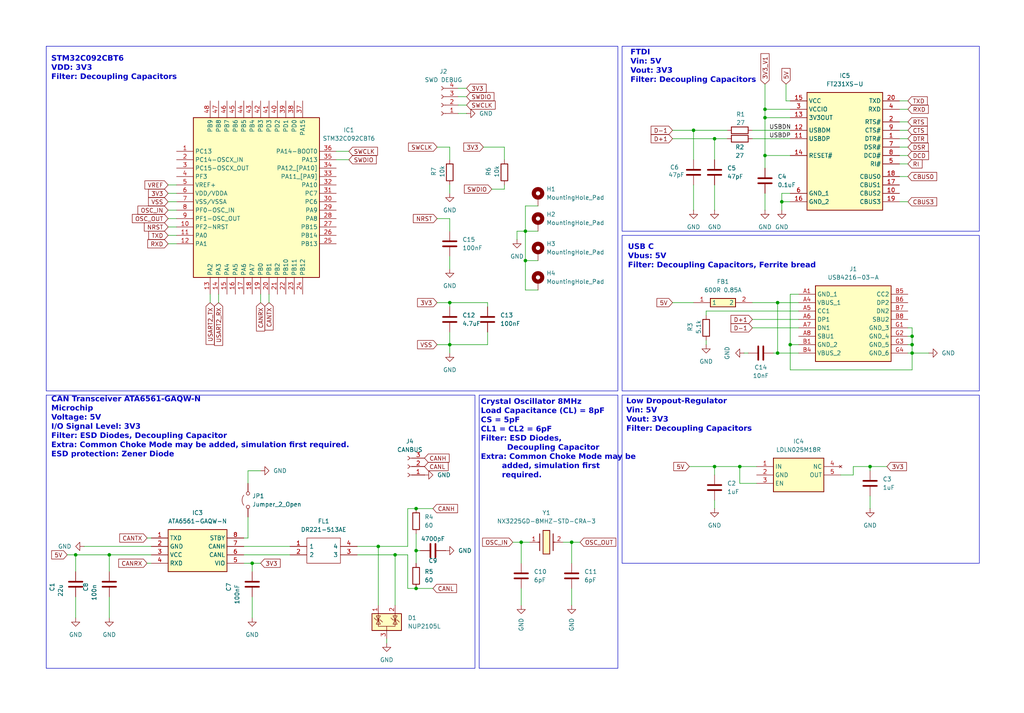
<source format=kicad_sch>
(kicad_sch (version 20250114) (generator "eeschema") (generator_version "9.0")
  (paper "User" 309.4 215.4)
  (title_block (title "RedPink CANBus-USB") (date "2025-07-27") (rev "0") (company "RedPink Inc.") (comment 1 "Benjamin Poblete  | Software Developer") (comment 2 "Alan R. Montt      | Hardware/Firmware Developer"))
  (lib_symbols
    (symbol "Connector:Conn_01x03_Socket" (pin_names (offset 1.016) (hide yes))
      (property "Reference" "J" (at 0 5.08 0))
      (property "Value" "Conn_01x03_Socket" (at 0 -5.08 0))
      (symbol "Conn_01x03_Socket_1_1"
        (pin passive line (at -5.08 2.54 0) (length 3.81) (name "Pin_1") (number "1"))
        (pin passive line (at -5.08 0 0) (length 3.81) (name "Pin_2") (number "2"))
        (pin passive line (at -5.08 -2.54 0) (length 3.81) (name "Pin_3") (number "3"))
      )
    )
    (symbol "Connector:Conn_01x04_Socket" (pin_names (offset 1.016) (hide yes))
      (property "Reference" "J" (at 0 5.08 0))
      (property "Value" "Conn_01x04_Socket" (at 0 -7.62 0))
      (symbol "Conn_01x04_Socket_1_1"
        (pin passive line (at -5.08 2.54 0) (length 3.81) (name "Pin_1") (number "1"))
        (pin passive line (at -5.08 0 0) (length 3.81) (name "Pin_2") (number "2"))
        (pin passive line (at -5.08 -2.54 0) (length 3.81) (name "Pin_3") (number "3"))
        (pin passive line (at -5.08 -5.08 0) (length 3.81) (name "Pin_4") (number "4"))
      )
    )
    (symbol "Device:C" (pin_numbers (hide yes)) (pin_names (offset 0.254))
      (property "Reference" "C" (at 0.635 2.54 0))
      (property "Value" "C" (at 0.635 -2.54 0))
      (symbol "C_1_1"
        (pin passive line (at 0 3.81 270) (length 2.794) (name "~") (number "1"))
        (pin passive line (at 0 -3.81 90) (length 2.794) (name "~") (number "2"))
      )
    )
    (symbol "Device:R" (pin_numbers (hide yes)) (pin_names (offset 0))
      (property "Reference" "R" (at 2.032 0 90))
      (property "Value" "R" (at 0 0 90))
      (symbol "R_1_1"
        (pin passive line (at 0 3.81 270) (length 1.27) (name "~") (number "1"))
        (pin passive line (at 0 -3.81 90) (length 1.27) (name "~") (number "2"))
      )
    )
    (symbol "Jumper:Jumper_2_Open" (pin_numbers (hide yes)) (pin_names (offset 0) (hide yes))
      (property "Reference" "JP" (at 0 2.794 0))
      (property "Value" "Jumper_2_Open" (at 0 -2.286 0))
      (symbol "Jumper_2_Open_1_1"
        (pin passive line (at -5.08 0 0) (length 2.54) (name "A") (number "1"))
        (pin passive line (at 5.08 0 180) (length 2.54) (name "B") (number "2"))
      )
    )
    (symbol "Mechanical:MountingHole_Pad" (pin_numbers (hide yes)) (pin_names (offset 1.016) (hide yes)) (in_bom no)
      (property "Reference" "H" (at 0 6.35 0))
      (property "Value" "MountingHole_Pad" (at 0 4.445 0))
      (symbol "MountingHole_Pad_1_1"
        (pin input line (at 0 -2.54 90) (length 2.54) (name "1") (number "1"))
      )
    )
    (symbol "Power_Protection:NUP2105L" (pin_names (hide yes))
      (property "Reference" "D" (at 5.715 2.54 0))
      (property "Value" "NUP2105L" (at 5.715 0.635 0))
      (symbol "NUP2105L_0_0"
        (pin passive line (at 0 -5.08 90) (length 2.54) (name "A") (number "3"))
      )
      (symbol "NUP2105L_1_1"
        (pin passive line (at -2.54 5.08 270) (length 2.54) (name "K") (number "1"))
        (pin passive line (at 2.54 5.08 270) (length 2.54) (name "K") (number "2"))
      )
    )
    (symbol "RedPink_STM32C09_Board:ATA6561-GAQW-N"
      (property "Reference" "IC" (at 24.13 7.62 0))
      (property "Value" "ATA6561-GAQW-N" (at 24.13 5.08 0))
      (symbol "ATA6561-GAQW-N_1_1"
        (pin passive line (at 0 0 0) (length 5.08) (name "TXD") (number "1"))
        (pin passive line (at 0 -2.54 0) (length 5.08) (name "GND") (number "2"))
        (pin passive line (at 0 -5.08 0) (length 5.08) (name "VCC") (number "3"))
        (pin passive line (at 0 -7.62 0) (length 5.08) (name "RXD") (number "4"))
        (pin passive line (at 27.94 0 180) (length 5.08) (name "STBY") (number "8"))
        (pin passive line (at 27.94 -2.54 180) (length 5.08) (name "CANH") (number "7"))
        (pin passive line (at 27.94 -5.08 180) (length 5.08) (name "CANL") (number "6"))
        (pin passive line (at 27.94 -7.62 180) (length 5.08) (name "VIO") (number "5"))
      )
    )
    (symbol "RedPink_STM32C09_Board:BLM18HE601SN1D"
      (property "Reference" "FB1" (at 5.08 5.334 0))
      (property "Value" "BLM18HE601SN1D" (at 5.08 3.048 0))
      (symbol "BLM18HE601SN1D_1_1"
        (pin passive line (at 0 0 0) (length 5.08) (name "1") (number "1"))
        (pin passive line (at 17.78 0 180) (length 5.08) (name "2") (number "2"))
      )
    )
    (symbol "RedPink_STM32C09_Board:DR221-513AE" (pin_names (offset 0.762))
      (property "Reference" "FL" (at 16.51 7.62 0))
      (property "Value" "DR221-513AE" (at 16.51 5.08 0))
      (symbol "DR221-513AE_0_0"
        (pin passive line (at 0 0 0) (length 5.08) (name "1") (number "1"))
        (pin passive line (at 0 -2.54 0) (length 5.08) (name "2") (number "2"))
        (pin passive line (at 20.32 0 180) (length 5.08) (name "4") (number "4"))
        (pin passive line (at 20.32 -2.54 180) (length 5.08) (name "3") (number "3"))
      )
    )
    (symbol "RedPink_STM32C09_Board:FT231XS-U"
      (property "Reference" "IC5" (at 16.51 7.62 0))
      (property "Value" "FT231XS-U" (at 16.51 5.08 0))
      (symbol "FT231XS-U_1_1"
        (pin passive line (at 0 0 0) (length 5.08) (name "VCC") (number "15"))
        (pin passive line (at 0 -2.54 0) (length 5.08) (name "VCCIO") (number "3"))
        (pin passive line (at 0 -5.08 0) (length 5.08) (name "3V3OUT") (number "13"))
        (pin passive line (at 0 -8.89 0) (length 5.08) (name "USBDM") (number "12"))
        (pin passive line (at 0 -11.43 0) (length 5.08) (name "USBDP") (number "11"))
        (pin passive line (at 0 -16.51 0) (length 5.08) (name "RESET#") (number "14"))
        (pin passive line (at 0 -27.94 0) (length 5.08) (name "GND_1") (number "6"))
        (pin passive line (at 0 -30.48 0) (length 5.08) (name "GND_2") (number "16"))
        (pin passive line (at 33.02 0 180) (length 5.08) (name "TXD") (number "20"))
        (pin passive line (at 33.02 -2.54 180) (length 5.08) (name "RXD") (number "4"))
        (pin passive line (at 33.02 -6.35 180) (length 5.08) (name "RTS#") (number "2"))
        (pin passive line (at 33.02 -8.89 180) (length 5.08) (name "CTS#") (number "9"))
        (pin passive line (at 33.02 -11.43 180) (length 5.08) (name "DTR#") (number "1"))
        (pin passive line (at 33.02 -13.97 180) (length 5.08) (name "DSR#") (number "7"))
        (pin passive line (at 33.02 -16.51 180) (length 5.08) (name "DCD#") (number "8"))
        (pin passive line (at 33.02 -19.05 180) (length 5.08) (name "RI#") (number "5"))
        (pin passive line (at 33.02 -22.86 180) (length 5.08) (name "CBUS0") (number "18"))
        (pin passive line (at 33.02 -25.4 180) (length 5.08) (name "CBUS1") (number "17"))
        (pin passive line (at 33.02 -27.94 180) (length 5.08) (name "CBUS2") (number "10"))
        (pin passive line (at 33.02 -30.48 180) (length 5.08) (name "CBUS3") (number "19"))
      )
    )
    (symbol "RedPink_STM32C09_Board:LDLN025M18R"
      (property "Reference" "IC" (at 21.59 7.62 0))
      (property "Value" "LDLN025M18R" (at 21.59 5.08 0))
      (symbol "LDLN025M18R_1_1"
        (pin input line (at 0 0 0) (length 5.08) (name "IN") (number "1"))
        (pin power_in line (at 0 -2.54 0) (length 5.08) (name "GND") (number "2"))
        (pin input line (at 0 -5.08 0) (length 5.08) (name "EN") (number "3"))
        (pin no_connect line (at 25.4 0 180) (length 5.08) (name "NC") (number "4"))
        (pin output line (at 25.4 -2.54 180) (length 5.08) (name "OUT") (number "5"))
      )
    )
    (symbol "RedPink_STM32C09_Board:NX3225GD-8MHZ-STD-CRA-3" (pin_names (hide yes))
      (property "Reference" "Y" (at 8.89 6.35 0))
      (property "Value" "NX3225GD-8MHZ-STD-CRA-3" (at 8.89 3.81 0))
      (symbol "NX3225GD-8MHZ-STD-CRA-3_1_1"
        (pin passive line (at 0 0 0) (length 2.54) (name "1") (number "1"))
        (pin passive line (at 10.16 0 180) (length 2.54) (name "2") (number "2"))
      )
    )
    (symbol "RedPink_STM32C09_Board:STM32C092CBT6"
      (property "Reference" "IC" (at 44.45 15.24 0))
      (property "Value" "STM32C092CBT6" (at 44.45 12.7 0))
      (symbol "STM32C092CBT6_1_1"
        (pin passive line (at 0 0 0) (length 5.08) (name "PC13") (number "1"))
        (pin passive line (at 0 -2.54 0) (length 5.08) (name "PC14-OSCX_IN") (number "2"))
        (pin passive line (at 0 -5.08 0) (length 5.08) (name "PC15-OSCX_OUT") (number "3"))
        (pin passive line (at 0 -7.62 0) (length 5.08) (name "PF3") (number "4"))
        (pin passive line (at 0 -10.16 0) (length 5.08) (name "VREF+") (number "5"))
        (pin passive line (at 0 -12.7 0) (length 5.08) (name "VDD/VDDA") (number "6"))
        (pin passive line (at 0 -15.24 0) (length 5.08) (name "VSS/VSSA") (number "7"))
        (pin passive line (at 0 -17.78 0) (length 5.08) (name "PF0-OSC_IN") (number "8"))
        (pin passive line (at 0 -20.32 0) (length 5.08) (name "PF1-OSC_OUT") (number "9"))
        (pin passive line (at 0 -22.86 0) (length 5.08) (name "PF2-NRST") (number "10"))
        (pin passive line (at 0 -25.4 0) (length 5.08) (name "PA0") (number "11"))
        (pin passive line (at 0 -27.94 0) (length 5.08) (name "PA1") (number "12"))
        (pin passive line (at 10.16 15.24 270) (length 5.08) (name "PB9") (number "48"))
        (pin passive line (at 10.16 -43.18 90) (length 5.08) (name "PA2") (number "13"))
        (pin passive line (at 12.7 15.24 270) (length 5.08) (name "PB8") (number "47"))
        (pin passive line (at 12.7 -43.18 90) (length 5.08) (name "PA3") (number "14"))
        (pin passive line (at 15.24 15.24 270) (length 5.08) (name "PB7") (number "46"))
        (pin passive line (at 15.24 -43.18 90) (length 5.08) (name "PA4") (number "15"))
        (pin passive line (at 17.78 15.24 270) (length 5.08) (name "PB6") (number "45"))
        (pin passive line (at 17.78 -43.18 90) (length 5.08) (name "PA5") (number "16"))
        (pin passive line (at 20.32 15.24 270) (length 5.08) (name "PB5") (number "44"))
        (pin passive line (at 20.32 -43.18 90) (length 5.08) (name "PA6") (number "17"))
        (pin passive line (at 22.86 15.24 270) (length 5.08) (name "PB4") (number "43"))
        (pin passive line (at 22.86 -43.18 90) (length 5.08) (name "PA7") (number "18"))
        (pin passive line (at 25.4 15.24 270) (length 5.08) (name "PB3") (number "42"))
        (pin passive line (at 25.4 -43.18 90) (length 5.08) (name "PB0") (number "19"))
        (pin passive line (at 27.94 15.24 270) (length 5.08) (name "PD3") (number "41"))
        (pin passive line (at 27.94 -43.18 90) (length 5.08) (name "PB1") (number "20"))
        (pin passive line (at 30.48 15.24 270) (length 5.08) (name "PD2") (number "40"))
        (pin passive line (at 30.48 -43.18 90) (length 5.08) (name "PB2") (number "21"))
        (pin passive line (at 33.02 15.24 270) (length 5.08) (name "PD1") (number "39"))
        (pin passive line (at 33.02 -43.18 90) (length 5.08) (name "PB10") (number "22"))
        (pin passive line (at 35.56 15.24 270) (length 5.08) (name "PD0") (number "38"))
        (pin passive line (at 35.56 -43.18 90) (length 5.08) (name "PB11") (number "23"))
        (pin passive line (at 38.1 15.24 270) (length 5.08) (name "PA15") (number "37"))
        (pin passive line (at 38.1 -43.18 90) (length 5.08) (name "PB12") (number "24"))
        (pin passive line (at 48.26 0 180) (length 5.08) (name "PA14-BOOT0") (number "36"))
        (pin passive line (at 48.26 -2.54 180) (length 5.08) (name "PA13") (number "35"))
        (pin passive line (at 48.26 -5.08 180) (length 5.08) (name "PA12_[PA10]") (number "34"))
        (pin passive line (at 48.26 -7.62 180) (length 5.08) (name "PA11_[PA9]") (number "33"))
        (pin passive line (at 48.26 -10.16 180) (length 5.08) (name "PA10") (number "32"))
        (pin passive line (at 48.26 -12.7 180) (length 5.08) (name "PC7") (number "31"))
        (pin passive line (at 48.26 -15.24 180) (length 5.08) (name "PC6") (number "30"))
        (pin passive line (at 48.26 -17.78 180) (length 5.08) (name "PA9") (number "29"))
        (pin passive line (at 48.26 -20.32 180) (length 5.08) (name "PA8") (number "28"))
        (pin passive line (at 48.26 -22.86 180) (length 5.08) (name "PB15") (number "27"))
        (pin passive line (at 48.26 -25.4 180) (length 5.08) (name "PB14") (number "26"))
        (pin passive line (at 48.26 -27.94 180) (length 5.08) (name "PB13") (number "25"))
      )
    )
    (symbol "RedPink_STM32C09_Board:USB4216-03-A"
      (property "Reference" "J" (at 29.21 7.62 0))
      (property "Value" "USB4216-03-A" (at 29.21 5.08 0))
      (symbol "USB4216-03-A_1_1"
        (pin passive line (at 0 0 0) (length 5.08) (name "GND_1") (number "A1"))
        (pin passive line (at 0 -2.54 0) (length 5.08) (name "VBUS_1") (number "A4"))
        (pin passive line (at 0 -5.08 0) (length 5.08) (name "CC1") (number "A5"))
        (pin passive line (at 0 -7.62 0) (length 5.08) (name "DP1") (number "A6"))
        (pin passive line (at 0 -10.16 0) (length 5.08) (name "DN1") (number "A7"))
        (pin passive line (at 0 -12.7 0) (length 5.08) (name "SBU1") (number "A8"))
        (pin passive line (at 0 -15.24 0) (length 5.08) (name "GND_2") (number "B1"))
        (pin passive line (at 0 -17.78 0) (length 5.08) (name "VBUS_2") (number "B4"))
        (pin passive line (at 33.02 0 180) (length 5.08) (name "CC2") (number "B5"))
        (pin passive line (at 33.02 -2.54 180) (length 5.08) (name "DP2") (number "B6"))
        (pin passive line (at 33.02 -5.08 180) (length 5.08) (name "DN2") (number "B7"))
        (pin passive line (at 33.02 -7.62 180) (length 5.08) (name "SBU2") (number "B8"))
        (pin passive line (at 33.02 -10.16 180) (length 5.08) (name "GND_3") (number "G1"))
        (pin passive line (at 33.02 -12.7 180) (length 5.08) (name "GND_4") (number "G2"))
        (pin passive line (at 33.02 -15.24 180) (length 5.08) (name "GND_5") (number "G3"))
        (pin passive line (at 33.02 -17.78 180) (length 5.08) (name "GND_6") (number "G4"))
      )
    )
    (symbol "power:GND" (power) (pin_numbers (hide yes)) (pin_names (offset 0) (hide yes))
      (property "Value" "GND" (at 0 -3.81 0))
      (symbol "GND_1_1"
        (pin power_in line (at 0 0 270) (length 0) (name "~") (number "1"))
      )
    )
  )
  (rectangle (start 187.96 71.12) (end 295.91 118.11))
  (rectangle (start 187.96 119.38) (end 295.91 170.18))
  (rectangle (start 13.97 13.97) (end 186.69 118.11))
  (rectangle (start 144.78 119.38) (end 186.69 201.93))
  (rectangle (start 187.96 13.97) (end 295.91 69.85))
  (rectangle (start 13.97 119.38) (end 143.51 201.93))
  (text "STM32C092CBT6\nVDD: 3V3\nFilter: Decoupling Capacitors" (at 15.494 21.082 0) (effects (font (size 1.65 1.65) (thickness 0.254) (bold yes)) (justify left)))
  (text "Crystal Oscillator 8MHz\nLoad Capacitance (CL) = 8pF\nCS = 5pF\nCL1 = CL2 = 6pF\nFilter: ESD Diodes, \n		Decoupling Capacitor\nExtra: Common Choke Mode may be \n	   added, simulation first \n	   required." (at 145.288 133.096 0) (effects (font (size 1.65 1.65) (thickness 0.254) (bold yes)) (justify left)))
  (text "CAN Transceiver ATA6561-GAQW-N\nMicrochip\nVoltage: 5V\nI/O Signal Level: 3V3\nFilter: ESD Diodes, Decoupling Capacitor\nExtra: Common Choke Mode may be added, simulation first required. \nESD protection: Zener Diode" (at 15.494 129.54 0) (effects (font (size 1.65 1.65) (thickness 0.254) (bold yes)) (justify left)))
  (text "Low Dropout-Regulator \nVin: 5V\nVout: 3V3\nFilter: Decoupling Capacitors" (at 189.23 125.984 0) (effects (font (size 1.65 1.65) (thickness 0.254) (bold yes)) (justify left)))
  (text "FTDI \nVin: 5V\nVout: 3V3\nFilter: Decoupling Capacitors" (at 190.5 20.574 0) (effects (font (size 1.65 1.65) (thickness 0.254) (bold yes)) (justify left)))
  (text "USB C \nVbus: 5V\nFilter: Decoupling Capacitors, Ferrite bread" (at 189.738 77.978 0) (effects (font (size 1.65 1.65) (thickness 0.254) (bold yes)) (justify left)))
  (junction (at 76.2 170.18))
  (junction (at 158.75 69.85))
  (junction (at 22.86 167.64))
  (junction (at 135.89 104.14))
  (junction (at 114.3 165.1))
  (junction (at 209.55 39.37))
  (junction (at 119.38 167.64))
  (junction (at 275.59 104.14))
  (junction (at 33.02 167.64))
  (junction (at 236.22 60.96))
  (junction (at 234.95 91.44))
  (junction (at 238.76 104.14))
  (junction (at 215.9 41.91))
  (junction (at 172.72 163.83))
  (junction (at 231.14 35.56))
  (junction (at 262.89 140.97))
  (junction (at 135.89 91.44))
  (junction (at 125.73 166.37))
  (junction (at 125.73 177.8))
  (junction (at 275.59 106.68))
  (junction (at 223.52 140.97))
  (junction (at 157.48 163.83))
  (junction (at 231.14 33.02))
  (junction (at 158.75 78.74))
  (junction (at 125.73 153.67))
  (junction (at 215.9 140.97))
  (junction (at 234.95 106.68))
  (junction (at 231.14 46.99))
  (junction (at 275.59 101.6))
  (wire (pts (xy 135.89 100.33) (xy 135.89 104.14)))
  (wire (pts (xy 156.21 69.85) (xy 156.21 72.39)))
  (wire (pts (xy 156.21 69.85) (xy 158.75 69.85)))
  (wire (pts (xy 73.66 170.18) (xy 76.2 170.18)))
  (wire (pts (xy 162.56 78.74) (xy 158.75 78.74)))
  (wire (pts (xy 227.33 41.91) (xy 238.76 41.91)))
  (wire (pts (xy 119.38 167.64) (xy 119.38 182.88)))
  (wire (pts (xy 227.33 39.37) (xy 238.76 39.37)))
  (wire (pts (xy 262.89 140.97) (xy 262.89 142.24)))
  (wire (pts (xy 107.95 165.1) (xy 114.3 165.1)))
  (wire (pts (xy 233.68 106.68) (xy 234.95 106.68)))
  (wire (pts (xy 50.8 68.58) (xy 53.34 68.58)))
  (wire (pts (xy 138.43 31.75) (xy 140.97 31.75)))
  (wire (pts (xy 271.78 36.83) (xy 274.32 36.83)))
  (wire (pts (xy 116.84 193.04) (xy 116.84 194.31)))
  (wire (pts (xy 170.18 163.83) (xy 172.72 163.83)))
  (wire (pts (xy 234.95 91.44) (xy 241.3 91.44)))
  (wire (pts (xy 237.49 30.48) (xy 238.76 30.48)))
  (wire (pts (xy 236.22 60.96) (xy 236.22 58.42)))
  (wire (pts (xy 231.14 46.99) (xy 231.14 35.56)))
  (wire (pts (xy 271.78 53.34) (xy 274.32 53.34)))
  (wire (pts (xy 203.2 39.37) (xy 209.55 39.37)))
  (wire (pts (xy 44.45 170.18) (xy 45.72 170.18)))
  (wire (pts (xy 223.52 140.97) (xy 228.6 140.97)))
  (wire (pts (xy 234.95 106.68) (xy 241.3 106.68)))
  (wire (pts (xy 238.76 111.76) (xy 275.59 111.76)))
  (wire (pts (xy 125.73 166.37) (xy 127 166.37)))
  (wire (pts (xy 73.66 167.64) (xy 87.63 167.64)))
  (wire (pts (xy 162.56 87.63) (xy 158.75 87.63)))
  (wire (pts (xy 274.32 99.06) (xy 275.59 99.06)))
  (wire (pts (xy 223.52 146.05) (xy 223.52 140.97)))
  (wire (pts (xy 275.59 106.68) (xy 280.67 106.68)))
  (wire (pts (xy 227.33 91.44) (xy 234.95 91.44)))
  (wire (pts (xy 33.02 167.64) (xy 45.72 167.64)))
  (wire (pts (xy 215.9 140.97) (xy 215.9 143.51)))
  (wire (pts (xy 123.19 153.67) (xy 123.19 165.1)))
  (wire (pts (xy 50.8 63.5) (xy 53.34 63.5)))
  (wire (pts (xy 271.78 39.37) (xy 274.32 39.37)))
  (wire (pts (xy 238.76 46.99) (xy 231.14 46.99)))
  (wire (pts (xy 157.48 177.8) (xy 157.48 182.88)))
  (wire (pts (xy 271.78 33.02) (xy 274.32 33.02)))
  (wire (pts (xy 33.02 167.64) (xy 33.02 172.72)))
  (wire (pts (xy 238.76 35.56) (xy 231.14 35.56)))
  (wire (pts (xy 138.43 26.67) (xy 140.97 26.67)))
  (wire (pts (xy 25.4 165.1) (xy 45.72 165.1)))
  (wire (pts (xy 215.9 55.88) (xy 215.9 63.5)))
  (wire (pts (xy 257.81 143.51) (xy 257.81 140.97)))
  (wire (pts (xy 275.59 106.68) (xy 275.59 111.76)))
  (wire (pts (xy 209.55 39.37) (xy 219.71 39.37)))
  (wire (pts (xy 138.43 34.29) (xy 140.97 34.29)))
  (wire (pts (xy 114.3 165.1) (xy 114.3 182.88)))
  (wire (pts (xy 22.86 180.34) (xy 22.86 186.69)))
  (wire (pts (xy 154.94 163.83) (xy 157.48 163.83)))
  (wire (pts (xy 114.3 165.1) (xy 123.19 165.1)))
  (wire (pts (xy 271.78 60.96) (xy 274.32 60.96)))
  (wire (pts (xy 81.28 88.9) (xy 81.28 91.44)))
  (wire (pts (xy 262.89 140.97) (xy 267.97 140.97)))
  (wire (pts (xy 135.89 104.14) (xy 135.89 106.68)))
  (wire (pts (xy 101.6 45.72) (xy 105.41 45.72)))
  (wire (pts (xy 50.8 60.96) (xy 53.34 60.96)))
  (wire (pts (xy 50.8 66.04) (xy 53.34 66.04)))
  (wire (pts (xy 238.76 33.02) (xy 231.14 33.02)))
  (wire (pts (xy 146.05 44.45) (xy 152.4 44.45)))
  (wire (pts (xy 158.75 62.23) (xy 158.75 69.85)))
  (wire (pts (xy 275.59 99.06) (xy 275.59 101.6)))
  (wire (pts (xy 125.73 177.8) (xy 130.81 177.8)))
  (wire (pts (xy 135.89 91.44) (xy 135.89 92.71)))
  (wire (pts (xy 157.48 170.18) (xy 157.48 163.83)))
  (wire (pts (xy 76.2 170.18) (xy 76.2 172.72)))
  (wire (pts (xy 213.36 104.14) (xy 213.36 102.87)))
  (wire (pts (xy 223.52 140.97) (xy 215.9 140.97)))
  (wire (pts (xy 234.95 91.44) (xy 234.95 106.68)))
  (wire (pts (xy 147.32 91.44) (xy 147.32 92.71)))
  (wire (pts (xy 135.89 44.45) (xy 135.89 48.26)))
  (wire (pts (xy 274.32 101.6) (xy 275.59 101.6)))
  (wire (pts (xy 73.66 162.56) (xy 74.93 162.56)))
  (wire (pts (xy 135.89 91.44) (xy 147.32 91.44)))
  (wire (pts (xy 50.8 73.66) (xy 53.34 73.66)))
  (wire (pts (xy 203.2 91.44) (xy 209.55 91.44)))
  (wire (pts (xy 22.86 167.64) (xy 33.02 167.64)))
  (wire (pts (xy 237.49 25.4) (xy 237.49 30.48)))
  (wire (pts (xy 107.95 167.64) (xy 119.38 167.64)))
  (wire (pts (xy 119.38 167.64) (xy 123.19 167.64)))
  (wire (pts (xy 224.79 106.68) (xy 226.06 106.68)))
  (wire (pts (xy 125.73 166.37) (xy 125.73 170.18)))
  (wire (pts (xy 257.81 140.97) (xy 262.89 140.97)))
  (wire (pts (xy 50.8 58.42) (xy 53.34 58.42)))
  (wire (pts (xy 152.4 57.15) (xy 152.4 55.88)))
  (wire (pts (xy 125.73 153.67) (xy 130.81 153.67)))
  (wire (pts (xy 215.9 41.91) (xy 215.9 48.26)))
  (wire (pts (xy 63.5 88.9) (xy 63.5 91.44)))
  (wire (pts (xy 236.22 60.96) (xy 238.76 60.96)))
  (wire (pts (xy 241.3 88.9) (xy 238.76 88.9)))
  (wire (pts (xy 254 143.51) (xy 257.81 143.51)))
  (wire (pts (xy 135.89 55.88) (xy 135.89 58.42)))
  (wire (pts (xy 271.78 49.53) (xy 274.32 49.53)))
  (wire (pts (xy 132.08 104.14) (xy 135.89 104.14)))
  (wire (pts (xy 236.22 58.42) (xy 238.76 58.42)))
  (wire (pts (xy 227.33 96.52) (xy 241.3 96.52)))
  (wire (pts (xy 123.19 153.67) (xy 125.73 153.67)))
  (wire (pts (xy 125.73 161.29) (xy 125.73 166.37)))
  (wire (pts (xy 44.45 162.56) (xy 45.72 162.56)))
  (wire (pts (xy 275.59 101.6) (xy 275.59 104.14)))
  (wire (pts (xy 135.89 66.04) (xy 135.89 69.85)))
  (wire (pts (xy 123.19 167.64) (xy 123.19 177.8)))
  (wire (pts (xy 172.72 163.83) (xy 172.72 170.18)))
  (wire (pts (xy 33.02 180.34) (xy 33.02 186.69)))
  (wire (pts (xy 76.2 170.18) (xy 78.74 170.18)))
  (wire (pts (xy 271.78 41.91) (xy 274.32 41.91)))
  (wire (pts (xy 203.2 41.91) (xy 215.9 41.91)))
  (wire (pts (xy 147.32 104.14) (xy 135.89 104.14)))
  (wire (pts (xy 231.14 25.4) (xy 231.14 33.02)))
  (wire (pts (xy 238.76 88.9) (xy 238.76 104.14)))
  (wire (pts (xy 271.78 46.99) (xy 274.32 46.99)))
  (wire (pts (xy 238.76 104.14) (xy 238.76 111.76)))
  (wire (pts (xy 74.93 142.24) (xy 78.74 142.24)))
  (wire (pts (xy 152.4 57.15) (xy 148.59 57.15)))
  (wire (pts (xy 219.71 41.91) (xy 215.9 41.91)))
  (wire (pts (xy 66.04 88.9) (xy 66.04 91.44)))
  (wire (pts (xy 236.22 63.5) (xy 236.22 60.96)))
  (wire (pts (xy 101.6 48.26) (xy 105.41 48.26)))
  (wire (pts (xy 74.93 146.05) (xy 74.93 142.24)))
  (wire (pts (xy 152.4 44.45) (xy 152.4 48.26)))
  (wire (pts (xy 157.48 163.83) (xy 160.02 163.83)))
  (wire (pts (xy 227.33 99.06) (xy 241.3 99.06)))
  (wire (pts (xy 209.55 55.88) (xy 209.55 63.5)))
  (wire (pts (xy 231.14 35.56) (xy 231.14 33.02)))
  (wire (pts (xy 132.08 66.04) (xy 135.89 66.04)))
  (wire (pts (xy 213.36 95.25) (xy 213.36 93.98)))
  (wire (pts (xy 158.75 78.74) (xy 158.75 69.85)))
  (wire (pts (xy 147.32 100.33) (xy 147.32 104.14)))
  (wire (pts (xy 271.78 30.48) (xy 274.32 30.48)))
  (wire (pts (xy 132.08 44.45) (xy 135.89 44.45)))
  (wire (pts (xy 74.93 162.56) (xy 74.93 156.21)))
  (wire (pts (xy 172.72 177.8) (xy 172.72 182.88)))
  (wire (pts (xy 76.2 180.34) (xy 76.2 186.69)))
  (wire (pts (xy 209.55 48.26) (xy 209.55 39.37)))
  (wire (pts (xy 20.32 167.64) (xy 22.86 167.64)))
  (wire (pts (xy 275.59 106.68) (xy 274.32 106.68)))
  (wire (pts (xy 172.72 163.83) (xy 175.26 163.83)))
  (wire (pts (xy 271.78 44.45) (xy 274.32 44.45)))
  (wire (pts (xy 262.89 149.86) (xy 262.89 153.67)))
  (wire (pts (xy 78.74 88.9) (xy 78.74 91.44)))
  (wire (pts (xy 158.75 69.85) (xy 162.56 69.85)))
  (wire (pts (xy 231.14 46.99) (xy 231.14 50.8)))
  (wire (pts (xy 50.8 71.12) (xy 53.34 71.12)))
  (wire (pts (xy 162.56 62.23) (xy 158.75 62.23)))
  (wire (pts (xy 132.08 91.44) (xy 135.89 91.44)))
  (wire (pts (xy 158.75 87.63) (xy 158.75 78.74)))
  (wire (pts (xy 238.76 104.14) (xy 241.3 104.14)))
  (wire (pts (xy 208.28 140.97) (xy 215.9 140.97)))
  (wire (pts (xy 73.66 165.1) (xy 87.63 165.1)))
  (wire (pts (xy 231.14 58.42) (xy 231.14 63.5)))
  (wire (pts (xy 215.9 151.13) (xy 215.9 153.67)))
  (wire (pts (xy 213.36 93.98) (xy 241.3 93.98)))
  (wire (pts (xy 123.19 177.8) (xy 125.73 177.8)))
  (wire (pts (xy 22.86 167.64) (xy 22.86 172.72)))
  (wire (pts (xy 275.59 104.14) (xy 275.59 106.68)))
  (wire (pts (xy 138.43 29.21) (xy 140.97 29.21)))
  (wire (pts (xy 275.59 104.14) (xy 274.32 104.14)))
  (wire (pts (xy 228.6 146.05) (xy 223.52 146.05)))
  (wire (pts (xy 50.8 55.88) (xy 53.34 55.88)))
  (wire (pts (xy 135.89 77.47) (xy 135.89 81.28)))
  (label "USBDP" (at 232.41 41.91 0))
  (label "USBDN" (at 232.41 39.37 0))
  (global_label "3V3" (shape input) (at 132.08 91.44 180) (property "Intersheetrefs" "${INTERSHEET_REFS}" (effects (hide yes))))
  (global_label "DCD" (shape input) (at 274.32 46.99 0) (property "Intersheetrefs" "${INTERSHEET_REFS}" (effects (hide yes))))
  (global_label "TXD" (shape input) (at 274.32 30.48 0) (property "Intersheetrefs" "${INTERSHEET_REFS}" (effects (hide yes))))
  (global_label "OSC_OUT" (shape input) (at 50.8 66.04 180) (property "Intersheetrefs" "${INTERSHEET_REFS}" (effects (hide yes))))
  (global_label "5V" (shape input) (at 208.28 140.97 180) (property "Intersheetrefs" "${INTERSHEET_REFS}" (effects (hide yes))))
  (global_label "NRST" (shape input) (at 132.08 66.04 180) (property "Intersheetrefs" "${INTERSHEET_REFS}" (effects (hide yes))))
  (global_label "CANH" (shape input) (at 130.81 153.67 0) (property "Intersheetrefs" "${INTERSHEET_REFS}" (effects (hide yes))))
  (global_label "D+1" (shape input) (at 203.2 41.91 180) (property "Intersheetrefs" "${INTERSHEET_REFS}" (effects (hide yes))))
  (global_label "5V" (shape input) (at 20.32 167.64 180) (property "Intersheetrefs" "${INTERSHEET_REFS}" (effects (hide yes))))
  (global_label "3V3" (shape input) (at 78.74 170.18 0) (property "Intersheetrefs" "${INTERSHEET_REFS}" (effects (hide yes))))
  (global_label "RXD" (shape input) (at 274.32 33.02 0) (property "Intersheetrefs" "${INTERSHEET_REFS}" (effects (hide yes))))
  (global_label "SWCLK" (shape input) (at 105.41 45.72 0) (property "Intersheetrefs" "${INTERSHEET_REFS}" (effects (hide yes))))
  (global_label "RXD" (shape input) (at 50.8 73.66 180) (property "Intersheetrefs" "${INTERSHEET_REFS}" (effects (hide yes))))
  (global_label "3V3" (shape input) (at 50.8 58.42 180) (property "Intersheetrefs" "${INTERSHEET_REFS}" (effects (hide yes))))
  (global_label "CANL" (shape input) (at 130.81 177.8 0) (property "Intersheetrefs" "${INTERSHEET_REFS}" (effects (hide yes))))
  (global_label "CANTX" (shape input) (at 44.45 162.56 180) (property "Intersheetrefs" "${INTERSHEET_REFS}" (effects (hide yes))))
  (global_label "CBUS3" (shape input) (at 274.32 60.96 0) (property "Intersheetrefs" "${INTERSHEET_REFS}" (effects (hide yes))))
  (global_label "OSC_IN" (shape input) (at 154.94 163.83 180) (property "Intersheetrefs" "${INTERSHEET_REFS}" (effects (hide yes))))
  (global_label "CANH" (shape input) (at 128.27 138.43 0) (property "Intersheetrefs" "${INTERSHEET_REFS}" (effects (hide yes))))
  (global_label "5V" (shape input) (at 237.49 25.4 90) (property "Intersheetrefs" "${INTERSHEET_REFS}" (effects (hide yes))))
  (global_label "CBUS0" (shape input) (at 274.32 53.34 0) (property "Intersheetrefs" "${INTERSHEET_REFS}" (effects (hide yes))))
  (global_label "VSS" (shape input) (at 50.8 60.96 180) (property "Intersheetrefs" "${INTERSHEET_REFS}" (effects (hide yes))))
  (global_label "SWCLK" (shape input) (at 140.97 31.75 0) (property "Intersheetrefs" "${INTERSHEET_REFS}" (effects (hide yes))))
  (global_label "OSC_IN" (shape input) (at 50.8 63.5 180) (property "Intersheetrefs" "${INTERSHEET_REFS}" (effects (hide yes))))
  (global_label "CANTX" (shape input) (at 81.28 91.44 270) (property "Intersheetrefs" "${INTERSHEET_REFS}" (effects (hide yes))))
  (global_label "3V3" (shape input) (at 146.05 44.45 180) (property "Intersheetrefs" "${INTERSHEET_REFS}" (effects (hide yes))))
  (global_label "CANRX" (shape input) (at 44.45 170.18 180) (property "Intersheetrefs" "${INTERSHEET_REFS}" (effects (hide yes))))
  (global_label "VSS" (shape input) (at 132.08 104.14 180) (property "Intersheetrefs" "${INTERSHEET_REFS}" (effects (hide yes))))
  (global_label "USART2_TX" (shape input) (at 63.5 91.44 270) (property "Intersheetrefs" "${INTERSHEET_REFS}" (effects (hide yes))))
  (global_label "3V3_V1" (shape input) (at 231.14 25.4 90) (property "Intersheetrefs" "${INTERSHEET_REFS}" (effects (hide yes))))
  (global_label "CTS" (shape input) (at 274.32 39.37 0) (property "Intersheetrefs" "${INTERSHEET_REFS}" (effects (hide yes))))
  (global_label "OSC_OUT" (shape input) (at 175.26 163.83 0) (property "Intersheetrefs" "${INTERSHEET_REFS}" (effects (hide yes))))
  (global_label "DTR" (shape input) (at 274.32 41.91 0) (property "Intersheetrefs" "${INTERSHEET_REFS}" (effects (hide yes))))
  (global_label "SWDIO" (shape input) (at 105.41 48.26 0) (property "Intersheetrefs" "${INTERSHEET_REFS}" (effects (hide yes))))
  (global_label "DSR" (shape input) (at 274.32 44.45 0) (property "Intersheetrefs" "${INTERSHEET_REFS}" (effects (hide yes))))
  (global_label "SWCLK" (shape input) (at 132.08 44.45 180) (property "Intersheetrefs" "${INTERSHEET_REFS}" (effects (hide yes))))
  (global_label "USART2_RX" (shape input) (at 66.04 91.44 270) (property "Intersheetrefs" "${INTERSHEET_REFS}" (effects (hide yes))))
  (global_label "D-1" (shape input) (at 227.33 99.06 180) (property "Intersheetrefs" "${INTERSHEET_REFS}" (effects (hide yes))))
  (global_label "CANL" (shape input) (at 128.27 140.97 0) (property "Intersheetrefs" "${INTERSHEET_REFS}" (effects (hide yes))))
  (global_label "3V3" (shape input) (at 267.97 140.97 0) (property "Intersheetrefs" "${INTERSHEET_REFS}" (effects (hide yes))))
  (global_label "3V3" (shape input) (at 140.97 26.67 0) (property "Intersheetrefs" "${INTERSHEET_REFS}" (effects (hide yes))))
  (global_label "RI" (shape input) (at 274.32 49.53 0) (property "Intersheetrefs" "${INTERSHEET_REFS}" (effects (hide yes))))
  (global_label "SWDIO" (shape input) (at 148.59 57.15 180) (property "Intersheetrefs" "${INTERSHEET_REFS}" (effects (hide yes))))
  (global_label "D-1" (shape input) (at 203.2 39.37 180) (property "Intersheetrefs" "${INTERSHEET_REFS}" (effects (hide yes))))
  (global_label "RTS" (shape input) (at 274.32 36.83 0) (property "Intersheetrefs" "${INTERSHEET_REFS}" (effects (hide yes))))
  (global_label "CANRX" (shape input) (at 78.74 91.44 270) (property "Intersheetrefs" "${INTERSHEET_REFS}" (effects (hide yes))))
  (global_label "D+1" (shape input) (at 227.33 96.52 180) (property "Intersheetrefs" "${INTERSHEET_REFS}" (effects (hide yes))))
  (global_label "TXD" (shape input) (at 50.8 71.12 180) (property "Intersheetrefs" "${INTERSHEET_REFS}" (effects (hide yes))))
  (global_label "5V" (shape input) (at 203.2 91.44 180) (property "Intersheetrefs" "${INTERSHEET_REFS}" (effects (hide yes))))
  (global_label "NRST" (shape input) (at 50.8 68.58 180) (property "Intersheetrefs" "${INTERSHEET_REFS}" (effects (hide yes))))
  (global_label "VREF" (shape input) (at 50.8 55.88 180) (property "Intersheetrefs" "${INTERSHEET_REFS}" (effects (hide yes))))
  (global_label "SWDIO" (shape input) (at 140.97 29.21 0) (property "Intersheetrefs" "${INTERSHEET_REFS}" (effects (hide yes))))
  (symbol (lib_id "power:GND") (at 172.72 182.88 0) (unit 1)
    (property "Reference" "#PWR02" (effects (hide yes)))
    (property "Value" "GND" (at 172.7201 186.69 90) (effects (justify right)))
    (property "Description" "Power symbol creates a global label with name \"GND\" , ground" (effects (hide yes)))
  )
  (symbol (lib_id "Device:C") (at 135.89 73.66 0) (unit 1)
    (property "Reference" "C15" (at 139.7 72.3899 0) (effects (justify left)))
    (property "Value" "100nF" (at 139.7 74.9299 0) (effects (justify left)))
    (property "Footprint" "Capacitor_SMD:C_0603_1608Metric_Pad1.08x0.95mm_HandSolder" (effects (hide yes)))
    (property "Description" "Unpolarized capacitor" (effects (hide yes)))
  )
  (symbol (lib_id "Device:R") (at 152.4 52.07 180) (unit 1)
    (property "Reference" "R6" (at 147.574 51.816 90))
    (property "Value" "10k" (at 150.114 51.816 90))
    (property "Footprint" "Resistor_SMD:R_0603_1608Metric_Pad0.98x0.95mm_HandSolder" (effects (hide yes)))
    (property "Description" "Resistor" (effects (hide yes)))
  )
  (symbol (lib_id "power:GND") (at 231.14 63.5 0) (unit 1)
    (property "Reference" "#PWR08" (effects (hide yes)))
    (property "Value" "GND" (at 231.14 68.58 0))
    (property "Description" "Power symbol creates a global label with name \"GND\" , ground" (effects (hide yes)))
  )
  (symbol (lib_id "Mechanical:MountingHole_Pad") (at 162.56 59.69 0) (unit 1) (in_bom no)
    (property "Reference" "H1" (at 165.1 57.1499 0) (effects (justify left)))
    (property "Value" "MountingHole_Pad" (at 165.1 59.6899 0) (effects (justify left)))
    (property "Footprint" "MountingHole:MountingHole_2.5mm_Pad" (effects (hide yes)))
    (property "Description" "Mounting Hole with connection" (effects (hide yes)))
  )
  (symbol (lib_id "Power_Protection:NUP2105L") (at 116.84 187.96 0) (unit 1)
    (property "Reference" "D1" (at 123.19 186.6899 0) (effects (justify left)))
    (property "Value" "NUP2105L" (at 123.19 189.2299 0) (effects (justify left)))
    (property "Footprint" "Package_TO_SOT_SMD:SOT-23" (effects (hide yes)))
    (property "Datasheet" "https://www.onsemi.com/pub_link/Collateral/NUP2105L-D.PDF" (effects (hide yes)))
    (property "Description" "Dual Line CAN Bus Protector, 24Vrwm" (effects (hide yes)))
  )
  (symbol (lib_id "Connector:Conn_01x03_Socket") (at 123.19 140.97 180) (unit 1)
    (property "Reference" "J4" (at 123.825 133.35 0))
    (property "Value" "CANBUS" (at 123.825 135.89 0))
    (property "Footprint" "Connector_PinHeader_2.54mm:PinHeader_1x03_P2.54mm_Vertical" (effects (hide yes)))
    (property "Description" "Generic connector, single row, 01x03, script generated" (effects (hide yes)))
  )
  (symbol (lib_id "RedPink_STM32C09_Board:BLM18HE601SN1D") (at 209.55 91.44 0) (unit 1)
    (property "Reference" "FB1" (at 218.44 85.09 0))
    (property "Value" "600R 0.85A" (at 218.44 87.63 0))
    (property "Footprint" "RedPink_STM32C09_Board:BLM18SP221SN1B" (effects (hide yes)))
    (property "Datasheet" "http://www.murata.com/~/media/webrenewal/support/library/catalog/products/emc/emifil/c31e.ashx?la=en-gb" (effects (hide yes)))
    (property "Description" "BLM18_N1D Series EMI Suppression Filter 600+/-25% at 100MHz 800mA @85" (effects (hide yes)))
    (property "Height" "0.95" (effects (hide yes)))
    (property "Mouser Part Number" "81-BLM18HE601SN1D" (effects (hide yes)))
    (property "Mouser Price/Stock" "https://www.mouser.co.uk/ProductDetail/Murata-Electronics/BLM18HE601SN1D?qs=%2F%252BYoplLUB5hymM76VL7Sqw%3D%3D" (effects (hide yes)))
    (property "Manufacturer_Name" "Murata Electronics" (effects (hide yes)))
    (property "Manufacturer_Part_Number" "BLM18HE601SN1D" (effects (hide yes)))
  )
  (symbol (lib_id "power:GND") (at 157.48 182.88 0) (unit 1)
    (property "Reference" "#PWR03" (effects (hide yes)))
    (property "Value" "GND" (at 157.4801 186.69 90) (effects (justify right)))
    (property "Description" "Power symbol creates a global label with name \"GND\" , ground" (effects (hide yes)))
  )
  (symbol (lib_id "Device:R") (at 125.73 157.48 0) (unit 1)
    (property "Reference" "R4" (at 128.27 156.2099 0) (effects (justify left)))
    (property "Value" "60" (at 128.27 158.7499 0) (effects (justify left)))
    (property "Footprint" "Resistor_SMD:R_0603_1608Metric_Pad0.98x0.95mm_HandSolder" (effects (hide yes)))
    (property "Description" "Resistor" (effects (hide yes)))
  )
  (symbol (lib_id "power:GND") (at 215.9 63.5 0) (unit 1)
    (property "Reference" "#PWR010" (effects (hide yes)))
    (property "Value" "GND" (at 215.9 68.58 0))
    (property "Description" "Power symbol creates a global label with name \"GND\" , ground" (effects (hide yes)))
  )
  (symbol (lib_id "Device:C") (at 33.02 176.53 180) (unit 1)
    (property "Reference" "C8" (at 25.908 176.022 90) (effects (justify left)))
    (property "Value" "100n" (at 28.448 176.53 90) (effects (justify left)))
    (property "Footprint" "Capacitor_SMD:C_0603_1608Metric_Pad1.08x0.95mm_HandSolder" (effects (hide yes)))
    (property "Description" "Unpolarized capacitor" (effects (hide yes)))
  )
  (symbol (lib_id "power:GND") (at 33.02 186.69 0) (unit 1)
    (property "Reference" "#PWR013" (effects (hide yes)))
    (property "Value" "GND" (at 33.02 191.77 0))
    (property "Description" "Power symbol creates a global label with name \"GND\" , ground" (effects (hide yes)))
  )
  (symbol (lib_id "Device:R") (at 223.52 41.91 270) (unit 1)
    (property "Reference" "R2" (at 223.52 44.45 90))
    (property "Value" "27" (at 223.52 46.99 90))
    (property "Footprint" "Resistor_SMD:R_0603_1608Metric_Pad0.98x0.95mm_HandSolder" (effects (hide yes)))
    (property "Description" "Resistor" (effects (hide yes)))
  )
  (symbol (lib_id "power:GND") (at 135.89 106.68 0) (unit 1)
    (property "Reference" "#PWR015" (effects (hide yes)))
    (property "Value" "GND" (at 135.89 111.76 0))
    (property "Description" "Power symbol creates a global label with name \"GND\" , ground" (effects (hide yes)))
  )
  (symbol (lib_id "power:GND") (at 236.22 63.5 0) (unit 1)
    (property "Reference" "#PWR09" (effects (hide yes)))
    (property "Value" "GND" (at 236.22 68.58 0))
    (property "Description" "Power symbol creates a global label with name \"GND\" , ground" (effects (hide yes)))
  )
  (symbol (lib_id "power:GND") (at 128.27 143.51 90) (unit 1)
    (property "Reference" "#PWR025" (effects (hide yes)))
    (property "Value" "GND" (at 132.08 143.5099 90) (effects (justify right)))
    (property "Description" "Power symbol creates a global label with name \"GND\" , ground" (effects (hide yes)))
  )
  (symbol (lib_id "Device:C") (at 172.72 173.99 0) (unit 1)
    (property "Reference" "C11" (at 176.53 172.7199 0) (effects (justify left)))
    (property "Value" "6pF" (at 176.53 175.2599 0) (effects (justify left)))
    (property "Footprint" "Capacitor_SMD:C_0603_1608Metric_Pad1.08x0.95mm_HandSolder" (effects (hide yes)))
    (property "Description" "Unpolarized capacitor" (effects (hide yes)))
  )
  (symbol (lib_id "power:GND") (at 134.62 166.37 90) (unit 1)
    (property "Reference" "#PWR012" (effects (hide yes)))
    (property "Value" "GND" (at 138.43 166.3699 90) (effects (justify right)))
    (property "Description" "Power symbol creates a global label with name \"GND\" , ground" (effects (hide yes)))
  )
  (symbol (lib_id "RedPink_STM32C09_Board:ATA6561-GAQW-N") (at 45.72 162.56 0) (unit 1)
    (property "Reference" "IC3" (at 59.69 154.94 0))
    (property "Value" "ATA6561-GAQW-N" (at 59.69 157.48 0))
    (property "Footprint" "RedPink_STM32C09_Board:CANBUS SOIC127P600X175-8N" (effects (hide yes)))
    (property "Datasheet" "http://ww1.microchip.com/downloads/en/DeviceDoc/ATA6560-ATA6561-High-Speed-CAN-Transceiver-DS20005991A.pdf" (effects (hide yes)))
    (property "Description" "MICROCHIP - ATA6561-GAQW-N - CAN TRANSCEIVER, 5MBPS, -40 TO 150DEG C" (effects (hide yes)))
    (property "Height" "1.75" (effects (hide yes)))
    (property "Mouser Part Number" "579-ATA6561-GAQW-N" (effects (hide yes)))
    (property "Mouser Price/Stock" "https://www.mouser.co.uk/ProductDetail/Microchip-Technology/ATA6561-GAQW-N?qs=y6ZabgHbY%252BwGbm2JCZMHKQ%3D%3D" (effects (hide yes)))
    (property "Manufacturer_Name" "Microchip" (effects (hide yes)))
    (property "Manufacturer_Part_Number" "ATA6561-GAQW-N" (effects (hide yes)))
  )
  (symbol (lib_id "power:GND") (at 25.4 165.1 270) (unit 1)
    (property "Reference" "#PWR05" (effects (hide yes)))
    (property "Value" "GND" (at 21.59 165.0999 90) (effects (justify right)))
    (property "Description" "Power symbol creates a global label with name \"GND\" , ground" (effects (hide yes)))
  )
  (symbol (lib_id "power:GND") (at 76.2 186.69 0) (unit 1)
    (property "Reference" "#PWR07" (effects (hide yes)))
    (property "Value" "GND" (at 76.2 191.77 0))
    (property "Description" "Power symbol creates a global label with name \"GND\" , ground" (effects (hide yes)))
  )
  (symbol (lib_id "Device:C") (at 229.87 106.68 90) (unit 1)
    (property "Reference" "C14" (at 229.87 110.998 90))
    (property "Value" "10nF" (at 229.87 113.538 90))
    (property "Footprint" "Capacitor_SMD:C_0603_1608Metric_Pad1.08x0.95mm_HandSolder" (effects (hide yes)))
    (property "Description" "Unpolarized capacitor" (effects (hide yes)))
  )
  (symbol (lib_id "Device:C") (at 130.81 166.37 90) (unit 1)
    (property "Reference" "C9" (at 130.81 169.418 90))
    (property "Value" "4700pF" (at 130.81 162.814 90))
    (property "Footprint" "Capacitor_SMD:C_0603_1608Metric_Pad1.08x0.95mm_HandSolder" (effects (hide yes)))
    (property "Description" "Unpolarized capacitor" (effects (hide yes)))
  )
  (symbol (lib_id "RedPink_STM32C09_Board:FT231XS-U") (at 238.76 30.48 0) (unit 1)
    (property "Reference" "IC5" (at 255.27 22.86 0))
    (property "Value" "FT231XS-U" (at 255.27 25.4 0))
    (property "Footprint" "RedPink_STM32C09_Board:FTDI SOP64P599X175-20N" (effects (hide yes)))
    (property "Datasheet" "https://www.ftdichip.com/Support/Documents/DataSheets/ICs/DS_FT231X.pdf" (effects (hide yes)))
    (property "Description" "Full Speed to Handshake USB UART IC" (effects (hide yes)))
    (property "Height" "1.753" (effects (hide yes)))
    (property "Mouser Part Number" "895-FT231XS-U" (effects (hide yes)))
    (property "Mouser Price/Stock" "https://www.mouser.co.uk/ProductDetail/FTDI/FT231XS-U?qs=Gp1Yz1mis3WFP7tMtj2Z9g%3D%3D" (effects (hide yes)))
    (property "Manufacturer_Name" "FTDI Chip" (effects (hide yes)))
    (property "Manufacturer_Part_Number" "FT231XS-U" (effects (hide yes)))
  )
  (symbol (lib_id "power:GND") (at 135.89 81.28 0) (unit 1)
    (property "Reference" "#PWR019" (effects (hide yes)))
    (property "Value" "GND" (at 135.89 86.36 0))
    (property "Description" "Power symbol creates a global label with name \"GND\" , ground" (effects (hide yes)))
  )
  (symbol (lib_id "power:GND") (at 215.9 153.67 0) (unit 1)
    (property "Reference" "#PWR04" (effects (hide yes)))
    (property "Value" "GND" (at 215.9 158.75 0))
    (property "Description" "Power symbol creates a global label with name \"GND\" , ground" (effects (hide yes)))
  )
  (symbol (lib_id "power:GND") (at 135.89 58.42 0) (unit 1)
    (property "Reference" "#PWR020" (effects (hide yes)))
    (property "Value" "GND" (at 135.89 63.5 0))
    (property "Description" "Power symbol creates a global label with name \"GND\" , ground" (effects (hide yes)))
  )
  (symbol (lib_id "Device:R") (at 135.89 52.07 180) (unit 1)
    (property "Reference" "R7" (at 131.064 51.816 90))
    (property "Value" "10k" (at 133.604 51.816 90))
    (property "Footprint" "Resistor_SMD:R_0603_1608Metric_Pad0.98x0.95mm_HandSolder" (effects (hide yes)))
    (property "Description" "Resistor" (effects (hide yes)))
  )
  (symbol (lib_id "Device:C") (at 147.32 96.52 0) (unit 1)
    (property "Reference" "C13" (at 151.13 95.2499 0) (effects (justify left)))
    (property "Value" "100nF" (at 151.13 97.7899 0) (effects (justify left)))
    (property "Footprint" "Capacitor_SMD:C_0603_1608Metric_Pad1.08x0.95mm_HandSolder" (effects (hide yes)))
    (property "Description" "Unpolarized capacitor" (effects (hide yes)))
  )
  (symbol (lib_id "Device:C") (at 215.9 52.07 0) (unit 1)
    (property "Reference" "C5" (at 219.71 50.7999 0) (effects (justify left)))
    (property "Value" "47pF" (at 219.71 53.3399 0) (effects (justify left)))
    (property "Footprint" "Capacitor_SMD:C_0603_1608Metric_Pad1.08x0.95mm_HandSolder" (effects (hide yes)))
    (property "Description" "Unpolarized capacitor" (effects (hide yes)))
  )
  (symbol (lib_id "power:GND") (at 116.84 194.31 0) (unit 1)
    (property "Reference" "#PWR021" (effects (hide yes)))
    (property "Value" "GND" (at 116.84 199.39 0))
    (property "Description" "Power symbol creates a global label with name \"GND\" , ground" (effects (hide yes)))
  )
  (symbol (lib_id "Device:R") (at 213.36 99.06 180) (unit 1)
    (property "Reference" "R3" (at 208.534 98.806 90))
    (property "Value" "5.1k" (at 211.074 98.806 90))
    (property "Footprint" "Resistor_SMD:R_0603_1608Metric_Pad0.98x0.95mm_HandSolder" (effects (hide yes)))
    (property "Description" "Resistor" (effects (hide yes)))
  )
  (symbol (lib_id "Jumper:Jumper_2_Open") (at 74.93 151.13 90) (unit 1)
    (property "Reference" "JP1" (at 76.2 149.8599 90) (effects (justify right)))
    (property "Value" "Jumper_2_Open" (at 76.2 152.3999 90) (effects (justify right)))
    (property "Footprint" "Jumper:SolderJumper-2_P1.3mm_Open_RoundedPad1.0x1.5mm" (effects (hide yes)))
    (property "Description" "Jumper, 2-pole, open" (effects (hide yes)))
  )
  (symbol (lib_id "power:GND") (at 156.21 72.39 0) (unit 1)
    (property "Reference" "#PWR024" (effects (hide yes)))
    (property "Value" "GND" (at 156.21 77.47 0))
    (property "Description" "Power symbol creates a global label with name \"GND\" , ground" (effects (hide yes)))
  )
  (symbol (lib_id "Mechanical:MountingHole_Pad") (at 162.56 85.09 0) (unit 1) (in_bom no)
    (property "Reference" "H4" (at 165.1 82.5499 0) (effects (justify left)))
    (property "Value" "MountingHole_Pad" (at 165.1 85.0899 0) (effects (justify left)))
    (property "Footprint" "MountingHole:MountingHole_2.5mm_Pad" (effects (hide yes)))
    (property "Description" "Mounting Hole with connection" (effects (hide yes)))
  )
  (symbol (lib_id "Device:C") (at 231.14 54.61 0) (unit 1)
    (property "Reference" "C4" (at 234.95 53.3399 0) (effects (justify left)))
    (property "Value" "0.1uF" (at 234.95 55.8799 0) (effects (justify left)))
    (property "Footprint" "Capacitor_SMD:C_0603_1608Metric_Pad1.08x0.95mm_HandSolder" (effects (hide yes)))
    (property "Description" "Unpolarized capacitor" (effects (hide yes)))
  )
  (symbol (lib_id "RedPink_STM32C09_Board:DR221-513AE") (at 87.63 165.1 0) (unit 1)
    (property "Reference" "FL1" (at 97.79 157.48 0))
    (property "Value" "DR221-513AE" (at 97.79 160.02 0))
    (property "Footprint" "RedPink_STM32C09_Board:DR221474AE" (effects (hide yes)))
    (property "Datasheet" "https://www.bourns.com/docs/Product-Datasheets/dr221.pdf" (effects (hide yes)))
    (property "Description" "50 uH Bourns DR221 Common Mode Choke" (effects (hide yes)))
    (property "Description_1" "50 uH Bourns DR221 Common Mode Choke" (effects (hide yes)))
    (property "Height" "3.5" (effects (hide yes)))
    (property "Mouser Part Number" "652-DR221-513AE" (effects (hide yes)))
    (property "Mouser Price/Stock" "https://www.mouser.co.uk/ProductDetail/Bourns/DR221-513AE?qs=aqFbwuCjQolC9nJ7Fsk%2FcA%3D%3D" (effects (hide yes)))
    (property "Manufacturer_Name" "Bourns" (effects (hide yes)))
    (property "Manufacturer_Part_Number" "DR221-513AE" (effects (hide yes)))
  )
  (symbol (lib_id "power:GND") (at 262.89 153.67 0) (unit 1)
    (property "Reference" "#PWR06" (effects (hide yes)))
    (property "Value" "GND" (at 262.89 158.75 0))
    (property "Description" "Power symbol creates a global label with name \"GND\" , ground" (effects (hide yes)))
  )
  (symbol (lib_id "Device:C") (at 209.55 52.07 0) (unit 1)
    (property "Reference" "C6" (at 202.438 50.546 0) (effects (justify left)))
    (property "Value" "47pF" (at 201.93 52.832 0) (effects (justify left)))
    (property "Footprint" "Capacitor_SMD:C_0603_1608Metric_Pad1.08x0.95mm_HandSolder" (effects (hide yes)))
    (property "Description" "Unpolarized capacitor" (effects (hide yes)))
  )
  (symbol (lib_id "RedPink_STM32C09_Board:NX3225GD-8MHZ-STD-CRA-3") (at 160.02 163.83 0) (unit 1)
    (property "Reference" "Y1" (at 165.1 154.94 0))
    (property "Value" "NX3225GD-8MHZ-STD-CRA-3" (at 165.1 157.48 0))
    (property "Footprint" "RedPink_STM32C09_Board:NX3225GD8MHZSTDCRA3" (effects (hide yes)))
    (property "Description" "A small surface-mount type crystal unit, ideal for an engine control CPU clock; delivering the high reliability that is particularly demanded by autom" (effects (hide yes)))
    (property "Height" "1" (effects (hide yes)))
    (property "Mouser Part Number" "344-NX3225GD8MCRA3" (effects (hide yes)))
    (property "Mouser Price/Stock" "https://www.mouser.co.uk/ProductDetail/NDK/NX3225GD-8MHZ-STD-CRA-3?qs=55YtniHzbhDA0fw3anYH2g%3D%3D" (effects (hide yes)))
    (property "Manufacturer_Name" "NDK" (effects (hide yes)))
    (property "Manufacturer_Part_Number" "NX3225GD-8MHZ-STD-CRA-3" (effects (hide yes)))
  )
  (symbol (lib_id "Device:C") (at 215.9 147.32 0) (unit 1)
    (property "Reference" "C2" (at 219.71 146.0499 0) (effects (justify left)))
    (property "Value" "1uF" (at 219.71 148.5899 0) (effects (justify left)))
    (property "Footprint" "Capacitor_SMD:C_0603_1608Metric_Pad1.08x0.95mm_HandSolder" (effects (hide yes)))
    (property "Description" "Unpolarized capacitor" (effects (hide yes)))
  )
  (symbol (lib_id "Connector:Conn_01x04_Socket") (at 133.35 31.75 180) (unit 1)
    (property "Reference" "J2" (at 133.985 21.59 0))
    (property "Value" "SWD DEBUG" (at 133.985 24.13 0))
    (property "Footprint" "Connector_PinHeader_2.54mm:PinHeader_1x04_P2.54mm_Vertical" (effects (hide yes)))
    (property "Description" "Generic connector, single row, 01x04, script generated" (effects (hide yes)))
  )
  (symbol (lib_id "Mechanical:MountingHole_Pad") (at 162.56 67.31 0) (unit 1) (in_bom no)
    (property "Reference" "H2" (at 165.1 64.7699 0) (effects (justify left)))
    (property "Value" "MountingHole_Pad" (at 165.1 67.3099 0) (effects (justify left)))
    (property "Footprint" "MountingHole:MountingHole_2.5mm_Pad" (effects (hide yes)))
    (property "Description" "Mounting Hole with connection" (effects (hide yes)))
  )
  (symbol (lib_id "RedPink_STM32C09_Board:LDLN025M18R") (at 228.6 140.97 0) (unit 1)
    (property "Reference" "IC4" (at 241.3 133.35 0))
    (property "Value" "LDLN025M18R" (at 241.3 135.89 0))
    (property "Footprint" "RedPink_STM32C09_Board:LDO SOT95P280X145-5N" (effects (hide yes)))
    (property "Description" "STMICROELECTRONICS - LDLN025M18R - LDO, FIXED, 1.8V, 0.25A, SOT-23-5" (effects (hide yes)))
    (property "Height" "1.45" (effects (hide yes)))
    (property "Mouser Part Number" "511-LDLN025M18R" (effects (hide yes)))
    (property "Mouser Price/Stock" "https://www.mouser.co.uk/ProductDetail/STMicroelectronics/LDLN025M18R?qs=5aG0NVq1C4xLjfzI8y7cFQ%3D%3D" (effects (hide yes)))
    (property "Manufacturer_Name" "STMicroelectronics" (effects (hide yes)))
    (property "Manufacturer_Part_Number" "LDLN025M18R" (effects (hide yes)))
  )
  (symbol (lib_id "power:GND") (at 22.86 186.69 0) (unit 1)
    (property "Reference" "#PWR01" (effects (hide yes)))
    (property "Value" "GND" (at 22.86 191.77 0))
    (property "Description" "Power symbol creates a global label with name \"GND\" , ground" (effects (hide yes)))
  )
  (symbol (lib_id "power:GND") (at 78.74 142.24 90) (unit 1)
    (property "Reference" "#PWR014" (effects (hide yes)))
    (property "Value" "GND" (at 82.55 142.2399 90) (effects (justify right)))
    (property "Description" "Power symbol creates a global label with name \"GND\" , ground" (effects (hide yes)))
  )
  (symbol (lib_id "power:GND") (at 224.79 106.68 270) (unit 1)
    (property "Reference" "#PWR017" (effects (hide yes)))
    (property "Value" "GND" (at 219.71 106.68 0))
    (property "Description" "Power symbol creates a global label with name \"GND\" , ground" (effects (hide yes)))
  )
  (symbol (lib_id "Device:C") (at 157.48 173.99 0) (unit 1)
    (property "Reference" "C10" (at 161.29 172.7199 0) (effects (justify left)))
    (property "Value" "6pF" (at 161.29 175.2599 0) (effects (justify left)))
    (property "Footprint" "Capacitor_SMD:C_0603_1608Metric_Pad1.08x0.95mm_HandSolder" (effects (hide yes)))
    (property "Description" "Unpolarized capacitor" (effects (hide yes)))
  )
  (symbol (lib_id "Device:C") (at 262.89 146.05 0) (unit 1)
    (property "Reference" "C3" (at 266.7 144.7799 0) (effects (justify left)))
    (property "Value" "1uF" (at 266.7 147.3199 0) (effects (justify left)))
    (property "Footprint" "Capacitor_SMD:C_0603_1608Metric_Pad1.08x0.95mm_HandSolder" (effects (hide yes)))
    (property "Description" "Unpolarized capacitor" (effects (hide yes)))
  )
  (symbol (lib_id "power:GND") (at 140.97 34.29 90) (unit 1)
    (property "Reference" "#PWR022" (effects (hide yes)))
    (property "Value" "GND" (at 144.78 34.2899 90) (effects (justify right)))
    (property "Description" "Power symbol creates a global label with name \"GND\" , ground" (effects (hide yes)))
  )
  (symbol (lib_id "RedPink_STM32C09_Board:STM32C092CBT6") (at 53.34 45.72 0) (unit 1)
    (property "Reference" "IC1" (at 105.41 39.2998 0))
    (property "Value" "STM32C092CBT6" (at 105.41 41.8398 0))
    (property "Footprint" "RedPink_STM32C09_Board:QFP50P900X900X160-48N" (effects (hide yes)))
    (property "Datasheet" "https://www.st.com/resource/en/datasheet/stm32c091cb.pdf" (effects (hide yes)))
    (property "Description" "Mainstream Arm Cortex-M0+ MCU with 128 Kbytes of Flash memory, 30 Kbytes RAM, 48 MHz CPU, 4x USART, timers, ADC, comm. I/F, 2-3.6V" (effects (hide yes)))
    (property "Height" "1.6" (effects (hide yes)))
    (property "Manufacturer_Name" "STMicroelectronics" (effects (hide yes)))
    (property "Manufacturer_Part_Number" "STM32C092CBT6" (effects (hide yes)))
  )
  (symbol (lib_id "Device:R") (at 223.52 39.37 90) (unit 1)
    (property "Reference" "R1" (at 223.774 34.544 90))
    (property "Value" "27" (at 223.774 37.084 90))
    (property "Footprint" "Resistor_SMD:R_0603_1608Metric_Pad0.98x0.95mm_HandSolder" (effects (hide yes)))
    (property "Description" "Resistor" (effects (hide yes)))
  )
  (symbol (lib_id "power:GND") (at 209.55 63.5 0) (unit 1)
    (property "Reference" "#PWR011" (effects (hide yes)))
    (property "Value" "GND" (at 209.55 68.58 0))
    (property "Description" "Power symbol creates a global label with name \"GND\" , ground" (effects (hide yes)))
  )
  (symbol (lib_id "RedPink_STM32C09_Board:USB4216-03-A") (at 241.3 88.9 0) (unit 1)
    (property "Reference" "J1" (at 257.81 81.28 0))
    (property "Value" "USB4216-03-A" (at 257.81 83.82 0))
    (property "Footprint" "RedPink_STM32C09_Board:USB421603A" (effects (hide yes)))
    (property "Description" "USB Connectors USB C Receptacle, Short Body, USB2.0, 16Pin, Horizontal, SMT" (effects (hide yes)))
    (property "Mouser Part Number" "640-USB4216-03-A" (effects (hide yes)))
    (property "Mouser Price/Stock" "https://www.mouser.co.uk/ProductDetail/GCT/USB4216-03-A?qs=Tc%252BHE9vUsnv1G2UWLFIexA%3D%3D" (effects (hide yes)))
    (property "Manufacturer_Name" "GCT (GLOBAL CONNECTOR TECHNOLOGY)" (effects (hide yes)))
    (property "Manufacturer_Part_Number" "USB4216-03-A" (effects (hide yes)))
  )
  (symbol (lib_id "Mechanical:MountingHole_Pad") (at 162.56 76.2 0) (unit 1) (in_bom no)
    (property "Reference" "H3" (at 165.1 73.6599 0) (effects (justify left)))
    (property "Value" "MountingHole_Pad" (at 165.1 76.1999 0) (effects (justify left)))
    (property "Footprint" "MountingHole:MountingHole_2.5mm_Pad" (effects (hide yes)))
    (property "Description" "Mounting Hole with connection" (effects (hide yes)))
  )
  (symbol (lib_id "power:GND") (at 213.36 104.14 0) (unit 1)
    (property "Reference" "#PWR016" (effects (hide yes)))
    (property "Value" "GND" (at 213.36 109.22 0))
    (property "Description" "Power symbol creates a global label with name \"GND\" , ground" (effects (hide yes)))
  )
  (symbol (lib_id "Device:C") (at 135.89 96.52 0) (unit 1)
    (property "Reference" "C12" (at 139.7 95.2499 0) (effects (justify left)))
    (property "Value" "4.7uF" (at 139.7 97.7899 0) (effects (justify left)))
    (property "Footprint" "Capacitor_SMD:C_0603_1608Metric_Pad1.08x0.95mm_HandSolder" (effects (hide yes)))
    (property "Description" "Unpolarized capacitor" (effects (hide yes)))
  )
  (symbol (lib_id "Device:C") (at 76.2 176.53 180) (unit 1)
    (property "Reference" "C7" (at 69.088 176.022 90) (effects (justify left)))
    (property "Value" "100nF" (at 71.628 176.53 90) (effects (justify left)))
    (property "Footprint" "Capacitor_SMD:C_0603_1608Metric_Pad1.08x0.95mm_HandSolder" (effects (hide yes)))
    (property "Description" "Unpolarized capacitor" (effects (hide yes)))
  )
  (symbol (lib_id "Device:C") (at 22.86 176.53 180) (unit 1)
    (property "Reference" "C1" (at 15.748 176.022 90) (effects (justify left)))
    (property "Value" "22u" (at 18.288 176.53 90) (effects (justify left)))
    (property "Footprint" "Capacitor_SMD:C_0603_1608Metric_Pad1.08x0.95mm_HandSolder" (effects (hide yes)))
    (property "Description" "Unpolarized capacitor" (effects (hide yes)))
  )
  (symbol (lib_id "Device:R") (at 125.73 173.99 0) (unit 1)
    (property "Reference" "R5" (at 128.27 172.7199 0) (effects (justify left)))
    (property "Value" "60" (at 128.27 175.2599 0) (effects (justify left)))
    (property "Footprint" "Resistor_SMD:R_0603_1608Metric_Pad0.98x0.95mm_HandSolder" (effects (hide yes)))
    (property "Description" "Resistor" (effects (hide yes)))
  )
  (symbol (lib_id "power:GND") (at 280.67 106.68 90) (unit 1)
    (property "Reference" "#PWR018" (effects (hide yes)))
    (property "Value" "GND" (at 284.48 106.6799 90) (effects (justify right)))
    (property "Description" "Power symbol creates a global label with name \"GND\" , ground" (effects (hide yes)))
  )
)
</source>
